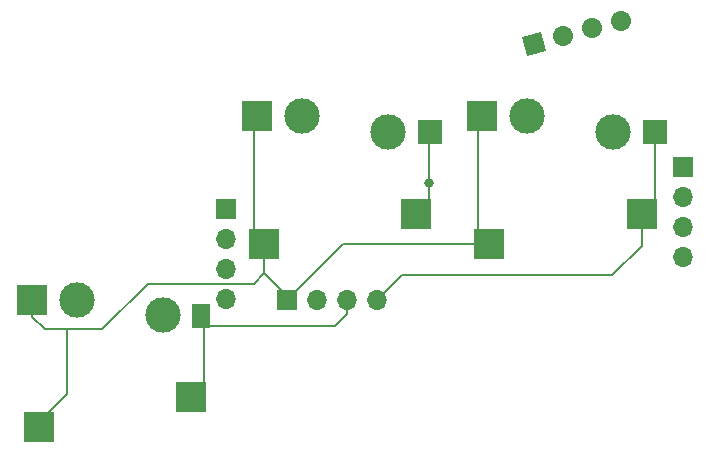
<source format=gbr>
G04 #@! TF.GenerationSoftware,KiCad,Pcbnew,(5.1.4)-1*
G04 #@! TF.CreationDate,2023-09-09T05:28:25-04:00*
G04 #@! TF.ProjectId,ThumbsUp,5468756d-6273-4557-902e-6b696361645f,rev?*
G04 #@! TF.SameCoordinates,Original*
G04 #@! TF.FileFunction,Copper,L2,Bot*
G04 #@! TF.FilePolarity,Positive*
%FSLAX46Y46*%
G04 Gerber Fmt 4.6, Leading zero omitted, Abs format (unit mm)*
G04 Created by KiCad (PCBNEW (5.1.4)-1) date 2023-09-09 05:28:25*
%MOMM*%
%LPD*%
G04 APERTURE LIST*
%ADD10R,2.550000X2.500000*%
%ADD11R,1.500000X2.000000*%
%ADD12C,3.000000*%
%ADD13R,2.000000X2.000000*%
%ADD14O,1.700000X1.700000*%
%ADD15R,1.700000X1.700000*%
%ADD16C,1.700000*%
%ADD17C,1.700000*%
%ADD18C,0.100000*%
%ADD19C,0.800000*%
%ADD20C,0.200000*%
G04 APERTURE END LIST*
D10*
X-161640000Y-417010061D03*
D11*
X-147370000Y-418390061D03*
D12*
X-150540000Y-418360061D03*
X-157840000Y-417010061D03*
D10*
X-161082000Y-427840061D03*
X-148155000Y-425300061D03*
X-123510000Y-401510061D03*
D13*
X-108910000Y-402860061D03*
D12*
X-112410000Y-402860061D03*
X-119710000Y-401510061D03*
D10*
X-122952000Y-412340061D03*
X-110025000Y-409800061D03*
D14*
X-106528141Y-413448713D03*
X-106528141Y-410908713D03*
X-106528141Y-408368713D03*
D15*
X-106528141Y-405828713D03*
D14*
X-132419330Y-417044574D03*
X-134959330Y-417044574D03*
X-137499330Y-417044574D03*
D15*
X-140039330Y-417044574D03*
D14*
X-145246620Y-416947892D03*
X-145246620Y-414407892D03*
X-145246620Y-411867892D03*
D15*
X-145246620Y-409327892D03*
D10*
X-142573954Y-401510061D03*
D13*
X-127973954Y-402860061D03*
D12*
X-131473954Y-402860061D03*
X-138773954Y-401510061D03*
D10*
X-142015954Y-412340061D03*
X-129088954Y-409800061D03*
D16*
X-111762864Y-393388390D03*
D17*
X-111762864Y-393388390D02*
X-111762864Y-393388390D01*
D16*
X-114216316Y-394045790D03*
D17*
X-114216316Y-394045790D02*
X-114216316Y-394045790D01*
D16*
X-116669767Y-394703191D03*
D17*
X-116669767Y-394703191D02*
X-116669767Y-394703191D01*
D16*
X-119123219Y-395360591D03*
D18*
G36*
X-120164252Y-394759550D02*
G01*
X-118522178Y-394319558D01*
X-118082186Y-395961632D01*
X-119724260Y-396401624D01*
X-120164252Y-394759550D01*
X-120164252Y-394759550D01*
G37*
D19*
X-128010000Y-407170000D03*
D20*
X-110025000Y-412485000D02*
X-110025000Y-409800061D01*
X-130344756Y-414970000D02*
X-112510000Y-414970000D01*
X-108910000Y-402860061D02*
X-108910000Y-408685061D01*
X-132419330Y-417044574D02*
X-130344756Y-414970000D01*
X-108910000Y-408685061D02*
X-110025000Y-409800061D01*
X-112510000Y-414970000D02*
X-110025000Y-412485000D01*
X-146730000Y-419230000D02*
X-147040000Y-418920000D01*
X-147040000Y-418360061D02*
X-147040000Y-424185061D01*
X-147040000Y-424185061D02*
X-148155000Y-425300061D01*
X-134959330Y-417044574D02*
X-134959330Y-418246655D01*
X-134959330Y-418246655D02*
X-135942675Y-419230000D01*
X-147040000Y-418920000D02*
X-147040000Y-418360061D01*
X-135942675Y-419230000D02*
X-146730000Y-419230000D01*
X-128010000Y-407170000D02*
X-128010000Y-402896107D01*
X-128010000Y-408721107D02*
X-129088954Y-409800061D01*
X-128010000Y-407170000D02*
X-128010000Y-408721107D01*
X-128010000Y-402896107D02*
X-127973954Y-402860061D01*
X-158710000Y-425010000D02*
X-158710000Y-419560000D01*
X-161640000Y-418460061D02*
X-160560061Y-419540000D01*
X-151840000Y-415670000D02*
X-142880000Y-415670000D01*
X-142015954Y-414805954D02*
X-142015954Y-412340061D01*
X-161082000Y-427382000D02*
X-158710000Y-425010000D01*
X-158710000Y-419560000D02*
X-158690000Y-419540000D01*
X-141990954Y-412340061D02*
X-142015954Y-412340061D01*
X-140039330Y-417044574D02*
X-140039330Y-416730670D01*
X-140039330Y-416730670D02*
X-142020000Y-414750000D01*
X-142020000Y-414750000D02*
X-142020000Y-412369107D01*
X-161640000Y-417010061D02*
X-161640000Y-418460061D01*
X-160560061Y-419540000D02*
X-155710000Y-419540000D01*
X-161082000Y-427840061D02*
X-161082000Y-427382000D01*
X-155710000Y-419540000D02*
X-151840000Y-415670000D01*
X-142020000Y-412369107D02*
X-141990954Y-412340061D01*
X-142880000Y-415670000D02*
X-142015954Y-414805954D01*
X-123550061Y-401510061D02*
X-123510000Y-401510061D01*
X-122952000Y-412340061D02*
X-123910000Y-412340061D01*
X-123910000Y-401870000D02*
X-123550061Y-401510061D01*
X-142810000Y-401870000D02*
X-142573954Y-401633954D01*
X-123910000Y-412340061D02*
X-123910000Y-401870000D01*
X-140039330Y-417044574D02*
X-135334817Y-412340061D01*
X-142639939Y-412340061D02*
X-142810000Y-412170000D01*
X-142015954Y-412340061D02*
X-142639939Y-412340061D01*
X-142810000Y-412170000D02*
X-142810000Y-401870000D01*
X-142573954Y-401633954D02*
X-142573954Y-401510061D01*
X-135334817Y-412340061D02*
X-122952000Y-412340061D01*
M02*

</source>
